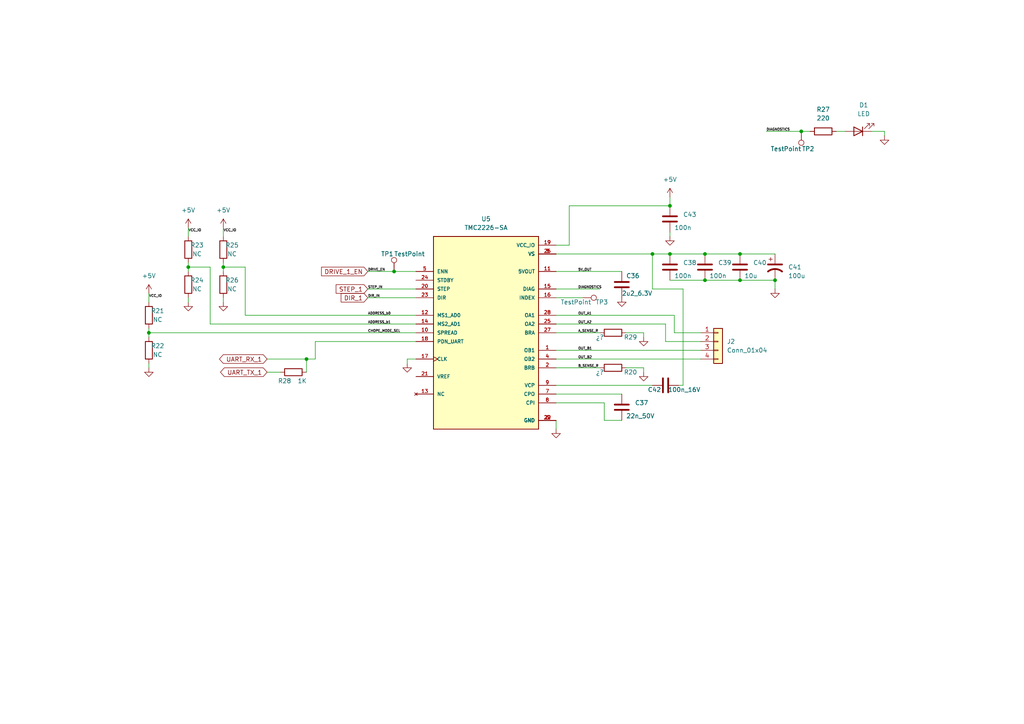
<source format=kicad_sch>
(kicad_sch (version 20230121) (generator eeschema)
  (paper "A4")
  (lib_symbols
    (symbol "Connector:TestPoint" (pin_numbers hide) (pin_names (offset 0.762) hide)
      (property "Reference" "TP" (at 0 6.858 0))
      (property "Value" "TestPoint" (at 0 5.08 0))
      (symbol "TestPoint_0_1"
        (circle (center 0 3.302) (radius 0.762))
      )
      (symbol "TestPoint_1_1"
        (pin passive line (at 0 0 90) (length 2.54) (name "1") (number "1"))
      )
    )
    (symbol "Connector_Generic:Conn_01x04" (pin_names (offset 1.016) hide)
      (property "Reference" "J" (at 0 5.08 0))
      (property "Value" "Conn_01x04" (at 0 -7.62 0))
      (symbol "Conn_01x04_1_1"
        (rectangle (start -1.27 -4.953) (end 0 -5.207) (stroke (width 0.1524)))
        (rectangle (start -1.27 -2.413) (end 0 -2.667) (stroke (width 0.1524)))
        (rectangle (start -1.27 0.127) (end 0 -0.127) (stroke (width 0.1524)))
        (rectangle (start -1.27 2.667) (end 0 2.413) (stroke (width 0.1524)))
        (rectangle (start -1.27 3.81) (end 1.27 -6.35) (stroke (width 0.254)) (fill (type background)))
        (pin passive line (at -5.08 2.54 0) (length 3.81) (name "Pin_1") (number "1"))
        (pin passive line (at -5.08 0 0) (length 3.81) (name "Pin_2") (number "2"))
        (pin passive line (at -5.08 -2.54 0) (length 3.81) (name "Pin_3") (number "3"))
        (pin passive line (at -5.08 -5.08 0) (length 3.81) (name "Pin_4") (number "4"))
      )
    )
    (symbol "Device:C" (pin_numbers hide) (pin_names (offset 0.254))
      (property "Reference" "C" (at 0.635 2.54 0))
      (property "Value" "C" (at 0.635 -2.54 0))
      (symbol "C_0_1"
        (polyline (pts (xy -2.032 -0.762) (xy 2.032 -0.762)) (stroke (width 0.508)))
        (polyline (pts (xy -2.032 0.762) (xy 2.032 0.762)) (stroke (width 0.508)))
      )
      (symbol "C_1_1"
        (pin passive line (at 0 3.81 270) (length 2.794) (name "~") (number "1"))
        (pin passive line (at 0 -3.81 90) (length 2.794) (name "~") (number "2"))
      )
    )
    (symbol "Device:C_Polarized_US" (pin_numbers hide) (pin_names (offset 0.254) hide)
      (property "Reference" "C" (at 0.635 2.54 0))
      (property "Value" "C_Polarized_US" (at 0.635 -2.54 0))
      (symbol "C_Polarized_US_0_1"
        (polyline (pts (xy -2.032 0.762) (xy 2.032 0.762)) (stroke (width 0.508)))
        (polyline (pts (xy -1.778 2.286) (xy -0.762 2.286)))
        (polyline (pts (xy -1.27 1.778) (xy -1.27 2.794)))
        (arc (start 2.032 -1.27) (mid 0 -0.5572) (end -2.032 -1.27) (stroke (width 0.508)))
      )
      (symbol "C_Polarized_US_1_1"
        (pin passive line (at 0 3.81 270) (length 2.794) (name "~") (number "1"))
        (pin passive line (at 0 -3.81 90) (length 3.302) (name "~") (number "2"))
      )
    )
    (symbol "Device:LED" (pin_numbers hide) (pin_names (offset 1.016) hide)
      (property "Reference" "D" (at 0 2.54 0))
      (property "Value" "LED" (at 0 -2.54 0))
      (symbol "LED_0_1"
        (polyline (pts (xy -1.27 -1.27) (xy -1.27 1.27)) (stroke (width 0.254)))
        (polyline (pts (xy -1.27 0) (xy 1.27 0)))
        (polyline (pts (xy 1.27 -1.27) (xy 1.27 1.27) (xy -1.27 0) (xy 1.27 -1.27)) (stroke (width 0.254)))
        (polyline (pts (xy -3.048 -0.762) (xy -4.572 -2.286) (xy -3.81 -2.286) (xy -4.572 -2.286) (xy -4.572 -1.524)))
        (polyline (pts (xy -1.778 -0.762) (xy -3.302 -2.286) (xy -2.54 -2.286) (xy -3.302 -2.286) (xy -3.302 -1.524)))
      )
      (symbol "LED_1_1"
        (pin passive line (at -3.81 0 0) (length 2.54) (name "K") (number "1"))
        (pin passive line (at 3.81 0 180) (length 2.54) (name "A") (number "2"))
      )
    )
    (symbol "Device:R" (pin_numbers hide) (pin_names (offset 0))
      (property "Reference" "R" (at 2.032 0 90))
      (property "Value" "R" (at 0 0 90))
      (symbol "R_0_1"
        (rectangle (start -1.016 -2.54) (end 1.016 2.54) (stroke (width 0.254)))
      )
      (symbol "R_1_1"
        (pin passive line (at 0 3.81 270) (length 1.27) (name "~") (number "1"))
        (pin passive line (at 0 -3.81 90) (length 1.27) (name "~") (number "2"))
      )
    )
    (symbol "TMC2226-SA:TMC2226-SA" (pin_names (offset 1.016))
      (property "Reference" "U" (at -15.24 28.702 0))
      (property "Value" "TMC2226-SA" (at -15.24 -28.702 0))
      (symbol "TMC2226-SA_0_0"
        (rectangle (start -15.24 -27.94) (end 15.24 27.94) (stroke (width 0.254)) (fill (type background)))
        (pin output line (at 20.32 -5.08 180) (length 5.08) (name "OB1") (number "1"))
        (pin input line (at -20.32 0 0) (length 5.08) (name "SPREAD") (number "10"))
        (pin output line (at 20.32 17.78 180) (length 5.08) (name "5VOUT") (number "11"))
        (pin input line (at -20.32 5.08 0) (length 5.08) (name "MS1_AD0") (number "12"))
        (pin no_connect line (at -20.32 -17.78 0) (length 5.08) (name "NC") (number "13"))
        (pin input line (at -20.32 2.54 0) (length 5.08) (name "MS2_AD1") (number "14"))
        (pin output line (at 20.32 12.7 180) (length 5.08) (name "DIAG") (number "15"))
        (pin output line (at 20.32 10.16 180) (length 5.08) (name "INDEX") (number "16"))
        (pin input clock (at -20.32 -7.62 0) (length 5.08) (name "CLK") (number "17"))
        (pin bidirectional line (at -20.32 -2.54 0) (length 5.08) (name "PDN_UART") (number "18"))
        (pin power_in line (at 20.32 25.4 180) (length 5.08) (name "VCC_IO") (number "19"))
        (pin passive line (at 20.32 -10.16 180) (length 5.08) (name "BRB") (number "2"))
        (pin input line (at -20.32 12.7 0) (length 5.08) (name "STEP") (number "20"))
        (pin input line (at -20.32 -12.7 0) (length 5.08) (name "VREF") (number "21"))
        (pin power_in line (at 20.32 -25.4 180) (length 5.08) (name "GND") (number "22"))
        (pin input line (at -20.32 10.16 0) (length 5.08) (name "DIR") (number "23"))
        (pin input line (at -20.32 15.24 0) (length 5.08) (name "STDBY") (number "24"))
        (pin output line (at 20.32 2.54 180) (length 5.08) (name "OA2") (number "25"))
        (pin power_in line (at 20.32 22.86 180) (length 5.08) (name "VS") (number "26"))
        (pin passive line (at 20.32 0 180) (length 5.08) (name "BRA") (number "27"))
        (pin output line (at 20.32 5.08 180) (length 5.08) (name "OA1") (number "28"))
        (pin power_in line (at 20.32 -25.4 180) (length 5.08) (name "GND") (number "29"))
        (pin power_in line (at 20.32 22.86 180) (length 5.08) (name "VS") (number "3"))
        (pin output line (at 20.32 -7.62 180) (length 5.08) (name "OB2") (number "4"))
        (pin input line (at -20.32 17.78 0) (length 5.08) (name "ENN") (number "5"))
        (pin power_in line (at 20.32 -25.4 180) (length 5.08) (name "GND") (number "6"))
        (pin passive line (at 20.32 -17.78 180) (length 5.08) (name "CPO") (number "7"))
        (pin passive line (at 20.32 -20.32 180) (length 5.08) (name "CPI") (number "8"))
        (pin passive line (at 20.32 -15.24 180) (length 5.08) (name "VCP") (number "9"))
      )
    )
    (symbol "power:+5V" (power) (pin_names (offset 0))
      (property "Value" "+5V" (at 0 3.556 0))
      (symbol "+5V_0_1"
        (polyline (pts (xy -0.762 1.27) (xy 0 2.54)))
        (polyline (pts (xy 0 0) (xy 0 2.54)))
        (polyline (pts (xy 0 2.54) (xy 0.762 1.27)))
      )
      (symbol "+5V_1_1"
        (pin power_in line (at 0 0 90) (length 0) hide (name "+5V") (number "1"))
      )
    )
    (symbol "power:GND" (power) (pin_names (offset 0))
      (property "Value" "GND" (at 0 -3.81 0))
      (symbol "GND_0_1"
        (polyline (pts (xy 0 0) (xy 0 -1.27) (xy 1.27 -1.27) (xy 0 -2.54) (xy -1.27 -1.27) (xy 0 -1.27)))
      )
      (symbol "GND_1_1"
        (pin power_in line (at 0 0 270) (length 0) hide (name "GND") (number "1"))
      )
    )
  )
  (junction (at 194.31 73.66))
  (junction (at 114.3 78.74))
  (junction (at 43.18 96.52))
  (junction (at 189.23 73.66))
  (junction (at 224.79 81.28))
  (junction (at 88.9 104.14))
  (junction (at 204.47 73.66))
  (junction (at 194.31 59.69))
  (junction (at 214.63 73.66))
  (junction (at 214.63 81.28))
  (junction (at 204.47 81.28))
  (junction (at 64.77 77.47))
  (junction (at 54.61 77.47))
  (junction (at 232.41 38.1))
  (wire (pts (xy 180.34 121.92) (xy 175.26 121.92)))
  (wire (pts (xy 120.65 93.98) (xy 60.96 93.98)))
  (wire (pts (xy 204.47 73.66) (xy 214.63 73.66)))
  (wire (pts (xy 165.1 59.69) (xy 194.31 59.69)))
  (wire (pts (xy 186.69 106.68) (xy 186.69 107.95)))
  (wire (pts (xy 189.23 83.82) (xy 189.23 73.66)))
  (wire (pts (xy 203.2 99.06) (xy 193.04 99.06)))
  (wire (pts (xy 64.77 66.04) (xy 64.77 68.58)))
  (wire (pts (xy 64.77 77.47) (xy 64.77 78.74)))
  (wire (pts (xy 224.79 81.28) (xy 224.79 83.82)))
  (wire (pts (xy 181.61 106.68) (xy 186.69 106.68)))
  (wire (pts (xy 77.47 104.14) (xy 88.9 104.14)))
  (wire (pts (xy 118.11 104.14) (xy 120.65 104.14)))
  (wire (pts (xy 161.29 121.92) (xy 161.29 124.46)))
  (wire (pts (xy 54.61 66.04) (xy 54.61 68.58)))
  (wire (pts (xy 43.18 105.41) (xy 43.18 106.68)))
  (wire (pts (xy 194.31 81.28) (xy 204.47 81.28)))
  (wire (pts (xy 161.29 106.68) (xy 173.99 106.68)))
  (wire (pts (xy 256.54 38.1) (xy 256.54 39.37)))
  (wire (pts (xy 194.31 57.15) (xy 194.31 59.69)))
  (wire (pts (xy 161.29 114.3) (xy 180.34 114.3)))
  (wire (pts (xy 195.58 91.44) (xy 161.29 91.44)))
  (wire (pts (xy 43.18 96.52) (xy 120.65 96.52)))
  (wire (pts (xy 194.31 73.66) (xy 204.47 73.66)))
  (wire (pts (xy 106.68 86.36) (xy 120.65 86.36)))
  (wire (pts (xy 43.18 85.09) (xy 43.18 87.63)))
  (wire (pts (xy 252.73 38.1) (xy 256.54 38.1)))
  (wire (pts (xy 181.61 96.52) (xy 186.69 96.52)))
  (wire (pts (xy 43.18 96.52) (xy 43.18 95.25)))
  (wire (pts (xy 71.12 77.47) (xy 64.77 77.47)))
  (wire (pts (xy 43.18 96.52) (xy 43.18 97.79)))
  (wire (pts (xy 161.29 83.82) (xy 173.99 83.82)))
  (wire (pts (xy 198.12 83.82) (xy 189.23 83.82)))
  (wire (pts (xy 194.31 67.31) (xy 194.31 68.58)))
  (wire (pts (xy 204.47 81.28) (xy 214.63 81.28)))
  (wire (pts (xy 186.69 96.52) (xy 186.69 97.79)))
  (wire (pts (xy 91.44 104.14) (xy 91.44 99.06)))
  (wire (pts (xy 203.2 96.52) (xy 195.58 96.52)))
  (wire (pts (xy 198.12 111.76) (xy 196.85 111.76)))
  (wire (pts (xy 161.29 71.12) (xy 165.1 71.12)))
  (wire (pts (xy 189.23 73.66) (xy 194.31 73.66)))
  (wire (pts (xy 193.04 93.98) (xy 161.29 93.98)))
  (wire (pts (xy 161.29 104.14) (xy 203.2 104.14)))
  (wire (pts (xy 54.61 77.47) (xy 54.61 78.74)))
  (wire (pts (xy 175.26 116.84) (xy 161.29 116.84)))
  (wire (pts (xy 114.3 78.74) (xy 120.65 78.74)))
  (wire (pts (xy 106.68 83.82) (xy 120.65 83.82)))
  (wire (pts (xy 175.26 121.92) (xy 175.26 116.84)))
  (wire (pts (xy 161.29 78.74) (xy 180.34 78.74)))
  (wire (pts (xy 54.61 76.2) (xy 54.61 77.47)))
  (wire (pts (xy 88.9 104.14) (xy 91.44 104.14)))
  (wire (pts (xy 118.11 105.41) (xy 118.11 104.14)))
  (wire (pts (xy 54.61 86.36) (xy 54.61 87.63)))
  (wire (pts (xy 203.2 101.6) (xy 161.29 101.6)))
  (wire (pts (xy 64.77 76.2) (xy 64.77 77.47)))
  (wire (pts (xy 91.44 99.06) (xy 120.65 99.06)))
  (wire (pts (xy 193.04 99.06) (xy 193.04 93.98)))
  (wire (pts (xy 214.63 73.66) (xy 224.79 73.66)))
  (wire (pts (xy 161.29 73.66) (xy 189.23 73.66)))
  (wire (pts (xy 106.68 78.74) (xy 114.3 78.74)))
  (wire (pts (xy 88.9 104.14) (xy 88.9 107.95)))
  (wire (pts (xy 195.58 96.52) (xy 195.58 91.44)))
  (wire (pts (xy 222.25 38.1) (xy 232.41 38.1)))
  (wire (pts (xy 120.65 91.44) (xy 71.12 91.44)))
  (wire (pts (xy 165.1 71.12) (xy 165.1 59.69)))
  (wire (pts (xy 64.77 86.36) (xy 64.77 87.63)))
  (wire (pts (xy 71.12 91.44) (xy 71.12 77.47)))
  (wire (pts (xy 161.29 96.52) (xy 173.99 96.52)))
  (wire (pts (xy 161.29 111.76) (xy 189.23 111.76)))
  (wire (pts (xy 232.41 38.1) (xy 234.95 38.1)))
  (wire (pts (xy 60.96 77.47) (xy 54.61 77.47)))
  (wire (pts (xy 161.29 86.36) (xy 168.91 86.36)))
  (wire (pts (xy 242.57 38.1) (xy 245.11 38.1)))
  (wire (pts (xy 77.47 107.95) (xy 81.28 107.95)))
  (wire (pts (xy 214.63 81.28) (xy 224.79 81.28)))
  (wire (pts (xy 198.12 111.76) (xy 198.12 83.82)))
  (wire (pts (xy 60.96 93.98) (xy 60.96 77.47)))
  (label "B_SENSE_R" (at 167.64 106.68 0) (effects (font (size 0.7 0.7))))
  (label "STEP_IN" (at 106.68 83.82 0) (effects (font (size 0.7 0.7))))
  (label "ADDRESS_b1" (at 106.68 93.98 0) (effects (font (size 0.7 0.7))))
  (label "VCC_IO" (at 54.61 67.31 0) (effects (font (size 0.7 0.7))))
  (label "DIR_IN" (at 106.68 86.36 0) (effects (font (size 0.7 0.7))))
  (label "CHOPE_MODE_SEL" (at 106.68 96.52 0) (effects (font (size 0.7 0.7))))
  (label "5V_OUT" (at 167.64 78.74 0) (effects (font (size 0.7 0.7))))
  (label "DIAGNOSTICS" (at 167.64 83.82 0) (effects (font (size 0.7 0.7))))
  (label "VCC_IO" (at 64.77 67.31 0) (effects (font (size 0.7 0.7))))
  (label "A_SENSE_R" (at 167.64 96.52 0) (effects (font (size 0.7 0.7))))
  (label "DIAGNOSTICS" (at 222.25 38.1 0) (effects (font (size 0.7 0.7))))
  (label "VCC_IO" (at 43.18 86.36 0) (effects (font (size 0.7 0.7))))
  (label "ADDRESS_b0" (at 106.68 91.44 0) (effects (font (size 0.7 0.7))))
  (label "OUT_B1" (at 167.64 101.6 0) (effects (font (size 0.7 0.7))))
  (label "DRIVE_EN" (at 106.68 78.74 0) (effects (font (size 0.7 0.7))))
  (label "OUT_A1" (at 167.64 91.44 0) (effects (font (size 0.7 0.7))))
  (label "OUT_A2" (at 167.64 93.98 0) (effects (font (size 0.7 0.7))))
  (label "OUT_B2" (at 167.64 104.14 0) (effects (font (size 0.7 0.7))))
  (global_label "DIR_1" (shape input) (at 106.68 86.36 180) (property "Intersheetrefs" "${INTERSHEET_REFS}" (effects hide)))
  (global_label "UART_TX_1" (shape bidirectional) (at 77.47 107.95 180) (property "Intersheetrefs" "${INTERSHEET_REFS}" (effects hide)))
  (global_label "STEP_1" (shape input) (at 106.68 83.82 180) (property "Intersheetrefs" "${INTERSHEET_REFS}" (effects hide)))
  (global_label "UART_RX_1" (shape bidirectional) (at 77.47 104.14 180) (property "Intersheetrefs" "${INTERSHEET_REFS}" (effects hide)))
  (global_label "DRIVE_1_EN" (shape input) (at 106.68 78.74 180) (property "Intersheetrefs" "${INTERSHEET_REFS}" (effects hide)))
  (symbol (lib_id "Connector:TestPoint") (at 168.91 86.36 270) (unit 1)
    (property "Reference" "TP3" (at 172.72 87.63 90) (effects (justify left)))
    (property "Value" "TestPoint" (at 162.56 87.63 90) (effects (justify left)))
  )
  (symbol (lib_id "Device:C") (at 194.31 77.47 0) (unit 1)
    (property "Reference" "C38" (at 198.12 76.2 0) (effects (justify left)))
    (property "Value" "100n" (at 195.58 80.01 0) (effects (justify left)))
  )
  (symbol (lib_id "Device:C") (at 214.63 77.47 0) (unit 1)
    (property "Reference" "C40" (at 218.44 76.2 0) (effects (justify left)))
    (property "Value" "10u" (at 215.9 80.01 0) (effects (justify left)))
  )
  (symbol (lib_id "power:GND") (at 224.79 83.82 0) (unit 1)
    (property "Reference" "#PWR047" (effects hide))
    (property "Value" "GND" (effects hide))
  )
  (symbol (lib_id "power:GND") (at 54.61 87.63 0) (unit 1)
    (property "Reference" "#PWR052" (effects hide))
    (property "Value" "GND" (effects hide))
  )
  (symbol (lib_id "Device:R") (at 54.61 72.39 180) (unit 1)
    (property "Reference" "R23" (at 57.15 71.12 0))
    (property "Value" "NC" (at 57.15 73.66 0))
  )
  (symbol (lib_id "power:GND") (at 118.11 105.41 0) (unit 1)
    (property "Reference" "#PWR056" (effects hide))
    (property "Value" "GND" (effects hide))
  )
  (symbol (lib_id "TMC2226-SA:TMC2226-SA") (at 140.97 96.52 0) (unit 1)
    (property "Reference" "U5" (at 140.97 63.5 0))
    (property "Value" "TMC2226-SA" (at 140.97 66.04 0))
    (property "Footprint" "TMC2226-SA:SOP65P640X120-29N" (effects hide))
    (property "MF" "Trinamic Motion Control GmbH" (effects hide))
    (property "MAXIMUM_PACKAGE_HEIGHT" "1.2mm" (effects hide))
    (property "Package" "None" (effects hide))
    (property "Price" "None" (effects hide))
    (property "Check_prices" "https://www.snapeda.com/parts/TMC2226-SA/Trinamic+Motion+Control+GmbH/view-part/?ref=eda" (effects hide))
    (property "STANDARD" "IPC 7351B" (effects hide))
    (property "PARTREV" "V1.08" (effects hide))
    (property "SnapEDA_Link" "https://www.snapeda.com/parts/TMC2226-SA/Trinamic+Motion+Control+GmbH/view-part/?ref=snap" (effects hide))
    (property "MP" "TMC2226-SA" (effects hide))
    (property "Description" "\nMotor Driver Step/Direction, UART 28-HTSSOP\n" (effects hide))
    (property "Availability" "In Stock" (effects hide))
    (property "MANUFACTURER" "Trinamic" (effects hide))
  )
  (symbol (lib_id "power:GND") (at 186.69 107.95 0) (unit 1)
    (property "Reference" "#PWR046" (effects hide))
    (property "Value" "GND" (effects hide))
  )
  (symbol (lib_id "Device:C") (at 180.34 118.11 0) (unit 1)
    (property "Reference" "C37" (at 184.15 116.84 0) (effects (justify left)))
    (property "Value" "22n_50V" (at 181.61 120.65 0) (effects (justify left)))
  )
  (symbol (lib_id "power:+5V") (at 194.31 57.15 0) (unit 1)
    (property "Reference" "#PWR058" (effects hide))
    (property "Value" "+5V" (at 194.31 52.07 0))
  )
  (symbol (lib_id "Device:R") (at 238.76 38.1 90) (unit 1)
    (property "Reference" "R27" (at 238.76 31.75 90))
    (property "Value" "220" (at 238.76 34.29 90))
  )
  (symbol (lib_id "Device:C") (at 194.31 63.5 0) (unit 1)
    (property "Reference" "C43" (at 198.12 62.23 0) (effects (justify left)))
    (property "Value" "100n" (at 195.58 66.04 0) (effects (justify left)))
  )
  (symbol (lib_id "power:+5V") (at 54.61 66.04 0) (unit 1)
    (property "Reference" "#PWR051" (effects hide))
    (property "Value" "+5V" (at 54.61 60.96 0))
  )
  (symbol (lib_id "Device:R") (at 54.61 82.55 180) (unit 1)
    (property "Reference" "R24" (at 57.15 81.28 0))
    (property "Value" "NC" (at 57.15 83.82 0))
  )
  (symbol (lib_id "power:GND") (at 180.34 86.36 0) (unit 1)
    (property "Reference" "#PWR045" (effects hide))
    (property "Value" "GND" (effects hide))
  )
  (symbol (lib_id "power:GND") (at 64.77 87.63 0) (unit 1)
    (property "Reference" "#PWR054" (effects hide))
    (property "Value" "GND" (effects hide))
  )
  (symbol (lib_id "Device:R") (at 64.77 72.39 180) (unit 1)
    (property "Reference" "R25" (at 67.31 71.12 0))
    (property "Value" "NC" (at 67.31 73.66 0))
  )
  (symbol (lib_id "Connector_Generic:Conn_01x04") (at 208.28 99.06 0) (unit 1)
    (property "Reference" "J2" (at 210.82 99.06 0) (effects (justify left)))
    (property "Value" "Conn_01x04" (at 210.82 101.6 0) (effects (justify left)))
  )
  (symbol (lib_id "Device:C_Polarized_US") (at 224.79 77.47 0) (unit 1)
    (property "Reference" "C41" (at 228.6 77.47 0) (effects (justify left)))
    (property "Value" "100u" (at 228.6 80.01 0) (effects (justify left)))
  )
  (symbol (lib_id "Device:C") (at 193.04 111.76 90) (unit 1)
    (property "Reference" "C42" (at 191.77 113.03 90) (effects (justify left)))
    (property "Value" "100n_16V" (at 203.2 113.03 90) (effects (justify left)))
  )
  (symbol (lib_id "power:GND") (at 161.29 124.46 0) (unit 1)
    (property "Reference" "#PWR048" (effects hide))
    (property "Value" "GND" (effects hide))
  )
  (symbol (lib_id "Device:LED") (at 248.92 38.1 180) (unit 1)
    (property "Reference" "D1" (at 250.5075 30.48 0))
    (property "Value" "LED" (at 250.5075 33.02 0))
  )
  (symbol (lib_id "Device:C") (at 180.34 82.55 0) (unit 1)
    (property "Reference" "C36" (at 181.61 80.01 0) (effects (justify left)))
    (property "Value" "2u2_6.3V" (at 180.34 85.09 0) (effects (justify left)))
  )
  (symbol (lib_id "Device:R") (at 43.18 101.6 180) (unit 1)
    (property "Reference" "R22" (at 45.72 100.33 0))
    (property "Value" "NC" (at 45.72 102.87 0))
  )
  (symbol (lib_id "Device:R") (at 177.8 106.68 90) (unit 1)
    (property "Reference" "R20" (at 182.88 107.95 90))
    (property "Value" "¿?" (at 173.99 107.95 90))
  )
  (symbol (lib_id "power:GND") (at 43.18 106.68 0) (unit 1)
    (property "Reference" "#PWR050" (effects hide))
    (property "Value" "GND" (effects hide))
  )
  (symbol (lib_id "power:GND") (at 256.54 39.37 0) (unit 1)
    (property "Reference" "#PWR055" (effects hide))
    (property "Value" "GND" (effects hide))
  )
  (symbol (lib_id "power:GND") (at 194.31 68.58 0) (unit 1)
    (property "Reference" "#PWR057" (effects hide))
    (property "Value" "GND" (effects hide))
  )
  (symbol (lib_id "Device:R") (at 85.09 107.95 270) (mirror x) (unit 1)
    (property "Reference" "R28" (at 82.55 110.49 90))
    (property "Value" "1K" (at 87.63 110.49 90))
  )
  (symbol (lib_id "Device:R") (at 64.77 82.55 180) (unit 1)
    (property "Reference" "R26" (at 67.31 81.28 0))
    (property "Value" "NC" (at 67.31 83.82 0))
  )
  (symbol (lib_id "Connector:TestPoint") (at 232.41 38.1 180) (unit 1)
    (property "Reference" "TP2" (at 236.22 43.18 0) (effects (justify left)))
    (property "Value" "TestPoint" (at 232.41 43.18 0) (effects (justify left)))
  )
  (symbol (lib_id "Device:R") (at 177.8 96.52 90) (unit 1)
    (property "Reference" "R29" (at 182.88 97.79 90))
    (property "Value" "¿?" (at 173.99 97.79 90))
  )
  (symbol (lib_id "power:+5V") (at 43.18 85.09 0) (unit 1)
    (property "Reference" "#PWR049" (effects hide))
    (property "Value" "+5V" (at 43.18 80.01 0))
  )
  (symbol (lib_id "power:GND") (at 186.69 97.79 0) (unit 1)
    (property "Reference" "#PWR059" (effects hide))
    (property "Value" "GND" (effects hide))
  )
  (symbol (lib_id "Connector:TestPoint") (at 114.3 78.74 0) (unit 1)
    (property "Reference" "TP1" (at 110.49 73.66 0) (effects (justify left)))
    (property "Value" "TestPoint" (at 114.3 73.66 0) (effects (justify left)))
  )
  (symbol (lib_id "Device:C") (at 204.47 77.47 0) (unit 1)
    (property "Reference" "C39" (at 208.28 76.2 0) (effects (justify left)))
    (property "Value" "100n" (at 205.74 80.01 0) (effects (justify left)))
  )
  (symbol (lib_id "power:+5V") (at 64.77 66.04 0) (unit 1)
    (property "Reference" "#PWR053" (effects hide))
    (property "Value" "+5V" (at 64.77 60.96 0))
  )
  (symbol (lib_id "Device:R") (at 43.18 91.44 180) (unit 1)
    (property "Reference" "R21" (at 45.72 90.17 0))
    (property "Value" "NC" (at 45.72 92.71 0))
  )
)
</source>
